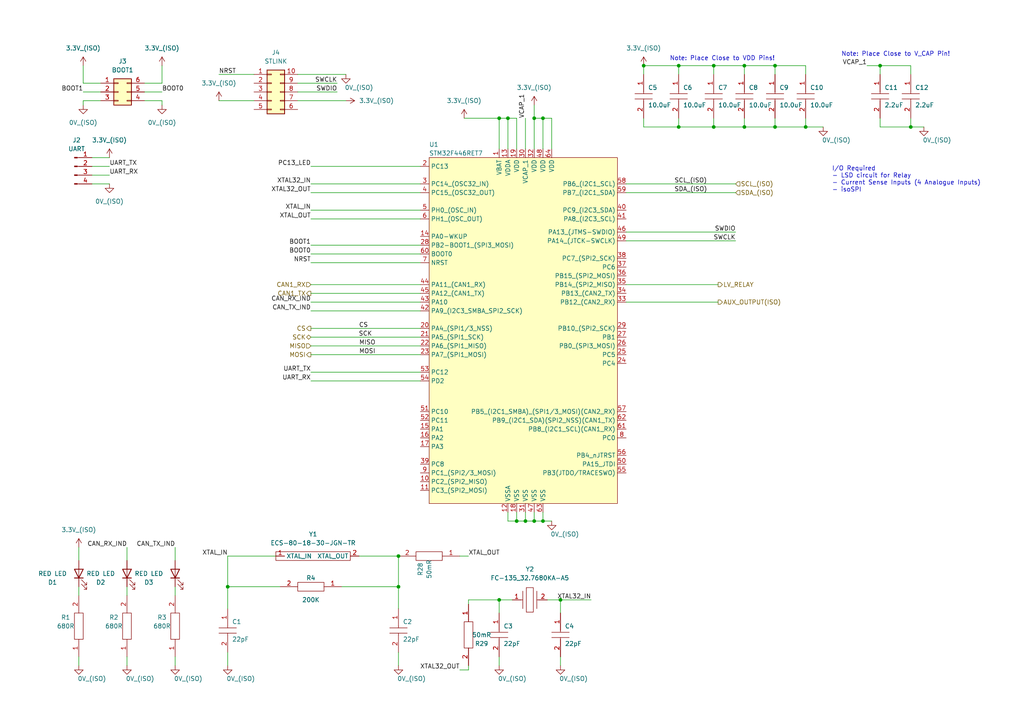
<source format=kicad_sch>
(kicad_sch (version 20211123) (generator eeschema)
  (paper "A4")
  (lib_symbols
    (symbol "0V_(ISO)_1" (power) (pin_names (offset 0))
      (property "Value" "0V_(ISO)_1" (at 0 -5.08 0))
      (symbol "0V_(ISO)_1_0_1"
        (polyline (pts (xy 0 0) (xy 0 -1.27) (xy 1.27 -1.27) (xy 0 -2.54) (xy -1.27 -1.27) (xy 0 -1.27)))
      )
      (symbol "0V_(ISO)_1_1_1"
        (pin power_in line (at 0 0 270) (length 0) hide (name "0V_(ISO)") (number "1"))
      )
    )
    (symbol "BMS_Library:CC0805JRX7R8BB104" (pin_names (offset 0.762))
      (property "Reference" "C" (at 8.89 6.35 0))
      (property "Value" "CC0805JRX7R8BB104" (at 8.89 3.81 0))
      (symbol "CC0805JRX7R8BB104_0_0"
        (pin passive line (at 0 0 0) (length 5.08) (name "~") (number "1"))
        (pin passive line (at 12.7 0 180) (length 5.08) (name "~") (number "2"))
      )
      (symbol "CC0805JRX7R8BB104_0_1"
        (polyline (pts (xy 5.08 0) (xy 5.588 0)) (stroke (width 0.1524)))
        (polyline (pts (xy 5.588 2.54) (xy 5.588 -2.54)) (stroke (width 0.1524)))
        (polyline (pts (xy 7.112 0) (xy 7.62 0)) (stroke (width 0.1524)))
        (polyline (pts (xy 7.112 2.54) (xy 7.112 -2.54)) (stroke (width 0.1524)))
      )
    )
    (symbol "Connector:Conn_01x04_Male" (pin_names (offset 1.016) hide)
      (property "Reference" "J" (at 0 5.08 0))
      (property "Value" "Conn_01x04_Male" (at 0 -7.62 0))
      (symbol "Conn_01x04_Male_1_1"
        (polyline (pts (xy 1.27 -5.08) (xy 0.8636 -5.08)) (stroke (width 0.1524)))
        (polyline (pts (xy 1.27 -2.54) (xy 0.8636 -2.54)) (stroke (width 0.1524)))
        (polyline (pts (xy 1.27 0) (xy 0.8636 0)) (stroke (width 0.1524)))
        (polyline (pts (xy 1.27 2.54) (xy 0.8636 2.54)) (stroke (width 0.1524)))
        (rectangle (start 0.8636 -4.953) (end 0 -5.207) (stroke (width 0.1524)) (fill (type outline)))
        (rectangle (start 0.8636 -2.413) (end 0 -2.667) (stroke (width 0.1524)) (fill (type outline)))
        (rectangle (start 0.8636 0.127) (end 0 -0.127) (stroke (width 0.1524)) (fill (type outline)))
        (rectangle (start 0.8636 2.667) (end 0 2.413) (stroke (width 0.1524)) (fill (type outline)))
        (pin passive line (at 5.08 2.54 180) (length 3.81) (name "Pin_1") (number "1"))
        (pin passive line (at 5.08 0 180) (length 3.81) (name "Pin_2") (number "2"))
        (pin passive line (at 5.08 -2.54 180) (length 3.81) (name "Pin_3") (number "3"))
        (pin passive line (at 5.08 -5.08 180) (length 3.81) (name "Pin_4") (number "4"))
      )
    )
    (symbol "Connector_Generic:Conn_02x03_Counter_Clockwise" (pin_names (offset 1.016) hide)
      (property "Reference" "J" (at 1.27 5.08 0))
      (property "Value" "Conn_02x03_Counter_Clockwise" (at 1.27 -5.08 0))
      (symbol "Conn_02x03_Counter_Clockwise_1_1"
        (rectangle (start -1.27 -2.413) (end 0 -2.667) (stroke (width 0.1524)))
        (rectangle (start -1.27 0.127) (end 0 -0.127) (stroke (width 0.1524)))
        (rectangle (start -1.27 2.667) (end 0 2.413) (stroke (width 0.1524)))
        (rectangle (start -1.27 3.81) (end 3.81 -3.81) (stroke (width 0.254)) (fill (type background)))
        (rectangle (start 3.81 -2.413) (end 2.54 -2.667) (stroke (width 0.1524)))
        (rectangle (start 3.81 0.127) (end 2.54 -0.127) (stroke (width 0.1524)))
        (rectangle (start 3.81 2.667) (end 2.54 2.413) (stroke (width 0.1524)))
        (pin passive line (at -5.08 2.54 0) (length 3.81) (name "Pin_1") (number "1"))
        (pin passive line (at -5.08 0 0) (length 3.81) (name "Pin_2") (number "2"))
        (pin passive line (at -5.08 -2.54 0) (length 3.81) (name "Pin_3") (number "3"))
        (pin passive line (at 7.62 -2.54 180) (length 3.81) (name "Pin_4") (number "4"))
        (pin passive line (at 7.62 0 180) (length 3.81) (name "Pin_5") (number "5"))
        (pin passive line (at 7.62 2.54 180) (length 3.81) (name "Pin_6") (number "6"))
      )
    )
    (symbol "Connector_Generic:Conn_02x05_Counter_Clockwise" (pin_names (offset 1.016) hide)
      (property "Reference" "J" (at 1.27 7.62 0))
      (property "Value" "Conn_02x05_Counter_Clockwise" (at 1.27 -7.62 0))
      (symbol "Conn_02x05_Counter_Clockwise_1_1"
        (rectangle (start -1.27 -4.953) (end 0 -5.207) (stroke (width 0.1524)))
        (rectangle (start -1.27 -2.413) (end 0 -2.667) (stroke (width 0.1524)))
        (rectangle (start -1.27 0.127) (end 0 -0.127) (stroke (width 0.1524)))
        (rectangle (start -1.27 2.667) (end 0 2.413) (stroke (width 0.1524)))
        (rectangle (start -1.27 5.207) (end 0 4.953) (stroke (width 0.1524)))
        (rectangle (start -1.27 6.35) (end 3.81 -6.35) (stroke (width 0.254)) (fill (type background)))
        (rectangle (start 3.81 -4.953) (end 2.54 -5.207) (stroke (width 0.1524)))
        (rectangle (start 3.81 -2.413) (end 2.54 -2.667) (stroke (width 0.1524)))
        (rectangle (start 3.81 0.127) (end 2.54 -0.127) (stroke (width 0.1524)))
        (rectangle (start 3.81 2.667) (end 2.54 2.413) (stroke (width 0.1524)))
        (rectangle (start 3.81 5.207) (end 2.54 4.953) (stroke (width 0.1524)))
        (pin passive line (at -5.08 5.08 0) (length 3.81) (name "Pin_1") (number "1"))
        (pin passive line (at 7.62 5.08 180) (length 3.81) (name "Pin_10") (number "10"))
        (pin passive line (at -5.08 2.54 0) (length 3.81) (name "Pin_2") (number "2"))
        (pin passive line (at -5.08 0 0) (length 3.81) (name "Pin_3") (number "3"))
        (pin passive line (at -5.08 -2.54 0) (length 3.81) (name "Pin_4") (number "4"))
        (pin passive line (at -5.08 -5.08 0) (length 3.81) (name "Pin_5") (number "5"))
        (pin passive line (at 7.62 -5.08 180) (length 3.81) (name "Pin_6") (number "6"))
        (pin passive line (at 7.62 -2.54 180) (length 3.81) (name "Pin_7") (number "7"))
        (pin passive line (at 7.62 0 180) (length 3.81) (name "Pin_8") (number "8"))
        (pin passive line (at 7.62 2.54 180) (length 3.81) (name "Pin_9") (number "9"))
      )
    )
    (symbol "Custom Power:3.3V_(ISO)" (power) (pin_names (offset 0))
      (property "Value" "3.3V_(ISO)" (at 0 3.556 0))
      (symbol "3.3V_(ISO)_0_1"
        (polyline (pts (xy -0.762 1.27) (xy 0 2.54)))
        (polyline (pts (xy 0 0) (xy 0 2.54)))
        (polyline (pts (xy 0 2.54) (xy 0.762 1.27)))
      )
      (symbol "3.3V_(ISO)_1_1"
        (pin power_in line (at 0 0 90) (length 0) hide (name "3.3V_(ISO)") (number "1"))
      )
    )
    (symbol "Device:ECS-80-18-30-JGN-TR"
      (property "Reference" "Y" (at -11.43 8.89 0))
      (property "Value" "ECS-80-18-30-JGN-TR" (at 0 11.43 0))
      (symbol "ECS-80-18-30-JGN-TR_0_1"
        (rectangle (start -11.43 6.35) (end 10.16 3.81))
      )
      (symbol "ECS-80-18-30-JGN-TR_1_1"
        (pin bidirectional line (at -11.43 5.08 0) (length 2.54) (name "XTAL_IN") (number "1"))
        (pin bidirectional line (at 12.7 5.08 180) (length 2.54) (name "XTAL_OUT") (number "2"))
      )
    )
    (symbol "Device:LED" (pin_numbers hide) (pin_names (offset 1.016) hide)
      (property "Reference" "D" (at 0 2.54 0))
      (property "Value" "LED" (at 0 -2.54 0))
      (symbol "LED_0_1"
        (polyline (pts (xy -1.27 -1.27) (xy -1.27 1.27)) (stroke (width 0.254)))
        (polyline (pts (xy -1.27 0) (xy 1.27 0)))
        (polyline (pts (xy 1.27 -1.27) (xy 1.27 1.27) (xy -1.27 0) (xy 1.27 -1.27)) (stroke (width 0.254)))
        (polyline (pts (xy -3.048 -0.762) (xy -4.572 -2.286) (xy -3.81 -2.286) (xy -4.572 -2.286) (xy -4.572 -1.524)))
        (polyline (pts (xy -1.778 -0.762) (xy -3.302 -2.286) (xy -2.54 -2.286) (xy -3.302 -2.286) (xy -3.302 -1.524)))
      )
      (symbol "LED_1_1"
        (pin passive line (at -3.81 0 0) (length 2.54) (name "K") (number "1"))
        (pin passive line (at 3.81 0 180) (length 2.54) (name "A") (number "2"))
      )
    )
    (symbol "ERJP06F1000V:ERJP06F1000V" (pin_names (offset 0.762))
      (property "Reference" "R" (at 13.97 6.35 0))
      (property "Value" "ERJP06F1000V" (at 13.97 3.81 0))
      (symbol "ERJP06F1000V_0_0"
        (pin passive line (at 0 0 0) (length 5.08) (name "~") (number "1"))
        (pin passive line (at 17.78 0 180) (length 5.08) (name "~") (number "2"))
      )
      (symbol "ERJP06F1000V_0_1"
        (polyline (pts (xy 5.08 1.27) (xy 12.7 1.27) (xy 12.7 -1.27) (xy 5.08 -1.27) (xy 5.08 1.27)) (stroke (width 0.1524)))
      )
    )
    (symbol "FC-135_32.7680KA-A5:FC-135_32.7680KA-A5" (pin_names (offset 0.762))
      (property "Reference" "Y" (at 8.89 6.35 0))
      (property "Value" "FC-135_32.7680KA-A5" (at 8.89 3.81 0))
      (symbol "FC-135_32.7680KA-A5_0_0"
        (pin passive line (at 0 0 0) (length 2.54) (name "~") (number "1"))
        (pin passive line (at 10.16 0 180) (length 2.54) (name "~") (number "2"))
      )
      (symbol "FC-135_32.7680KA-A5_0_1"
        (polyline (pts (xy 3.048 0) (xy 2.54 0)) (stroke (width 0.1524)))
        (polyline (pts (xy 3.048 2.54) (xy 3.048 -2.54)) (stroke (width 0.1524)))
        (polyline (pts (xy 7.112 0) (xy 7.62 0)) (stroke (width 0.1524)))
        (polyline (pts (xy 7.112 2.54) (xy 7.112 -2.54)) (stroke (width 0.1524)))
        (polyline (pts (xy 4.064 3.556) (xy 4.064 -3.556) (xy 6.096 -3.556) (xy 6.096 3.556) (xy 4.064 3.556)) (stroke (width 0.1524)))
      )
    )
    (symbol "MCU_ST_STM32F4:STM32F446RET7"
      (property "Reference" "U1" (at 1.27 36.83 0))
      (property "Value" "STM32F446RET7" (at 1.27 34.29 0))
      (symbol "STM32F446RET7_0_1"
        (rectangle (start 1.27 33.02) (end 55.88 -67.31) (fill (type background)))
      )
      (symbol "STM32F446RET7_1_1"
        (pin input line (at 21.59 35.56 270) (length 2.54) (name "VBAT") (number "1"))
        (pin bidirectional line (at -1.27 -60.96 0) (length 2.54) (name "PC2_(SPI2_MISO)") (number "10"))
        (pin bidirectional line (at -1.27 -63.5 0) (length 2.54) (name "PC3_(SPI2_MOSI)") (number "11"))
        (pin output line (at 24.13 -69.85 90) (length 2.54) (name "VSSA") (number "12"))
        (pin input line (at 24.13 35.56 270) (length 2.54) (name "VDDA") (number "13"))
        (pin bidirectional line (at -1.27 10.16 0) (length 2.54) (name "PA0-WKUP") (number "14"))
        (pin bidirectional line (at -1.27 -45.72 0) (length 2.54) (name "PA1") (number "15"))
        (pin bidirectional line (at -1.27 -48.26 0) (length 2.54) (name "PA2") (number "16"))
        (pin bidirectional line (at -1.27 -50.8 0) (length 2.54) (name "PA3") (number "17"))
        (pin output line (at 26.67 -69.85 90) (length 2.54) (name "VSS") (number "18"))
        (pin input line (at 26.67 35.56 270) (length 2.54) (name "VDD") (number "19"))
        (pin bidirectional line (at -1.27 30.48 0) (length 2.54) (name "PC13") (number "2"))
        (pin bidirectional line (at -1.27 -16.51 0) (length 2.54) (name "PA4_(SPI1/3_NSS)") (number "20"))
        (pin bidirectional line (at -1.27 -19.05 0) (length 2.54) (name "PA5_(SPI1_SCK)") (number "21"))
        (pin bidirectional line (at -1.27 -21.59 0) (length 2.54) (name "PA6_(SPI1_MISO)") (number "22"))
        (pin bidirectional line (at -1.27 -24.13 0) (length 2.54) (name "PA7_(SPI1_MOSI)") (number "23"))
        (pin bidirectional line (at 58.42 -26.67 180) (length 2.54) (name "PC4") (number "24"))
        (pin bidirectional line (at 58.42 -24.13 180) (length 2.54) (name "PC5") (number "25"))
        (pin bidirectional line (at 58.42 -21.59 180) (length 2.54) (name "PB0_(SPI3_MOSI)") (number "26"))
        (pin bidirectional line (at 58.42 -19.05 180) (length 2.54) (name "PB1") (number "27"))
        (pin bidirectional line (at -1.27 7.62 0) (length 2.54) (name "PB2-BOOT1_(SPI3_MOSI)") (number "28"))
        (pin bidirectional line (at 58.42 -16.51 180) (length 2.54) (name "PB10_(SPI2_SCK)") (number "29"))
        (pin bidirectional line (at -1.27 25.4 0) (length 2.54) (name "PC14_(OSC32_IN)") (number "3"))
        (pin input line (at 29.21 35.56 270) (length 2.54) (name "VCAP_1") (number "30"))
        (pin output line (at 29.21 -69.85 90) (length 2.54) (name "VSS") (number "31"))
        (pin input line (at 31.75 35.56 270) (length 2.54) (name "VDD") (number "32"))
        (pin bidirectional line (at 58.42 -8.89 180) (length 2.54) (name "PB12_(CAN2_RX)") (number "33"))
        (pin bidirectional line (at 58.42 -6.35 180) (length 2.54) (name "PB13_(CAN2_TX)") (number "34"))
        (pin bidirectional line (at 58.42 -3.81 180) (length 2.54) (name "PB14_(SPI2_MISO)") (number "35"))
        (pin bidirectional line (at 58.42 -1.27 180) (length 2.54) (name "PB15_(SPI2_MOSI)") (number "36"))
        (pin bidirectional line (at 58.42 1.27 180) (length 2.54) (name "PC6") (number "37"))
        (pin bidirectional line (at 58.42 3.81 180) (length 2.54) (name "PC7_(SPI2_SCK)") (number "38"))
        (pin bidirectional line (at -1.27 -55.88 0) (length 2.54) (name "PC8") (number "39"))
        (pin bidirectional line (at -1.27 22.86 0) (length 2.54) (name "PC15_(OSC32_OUT)") (number "4"))
        (pin bidirectional line (at 58.42 17.78 180) (length 2.54) (name "PC9_(I2C3_SDA)") (number "40"))
        (pin bidirectional line (at 58.42 15.24 180) (length 2.54) (name "PA8_(I2C3_SCL)") (number "41"))
        (pin bidirectional line (at -1.27 -11.43 0) (length 2.54) (name "PA9_(I2C3_SMBA_SPI2_SCK)") (number "42"))
        (pin bidirectional line (at -1.27 -8.89 0) (length 2.54) (name "PA10") (number "43"))
        (pin bidirectional line (at -1.27 -3.81 0) (length 2.54) (name "PA11_(CAN1_RX)") (number "44"))
        (pin bidirectional line (at -1.27 -6.35 0) (length 2.54) (name "PA12_(CAN1_TX)") (number "45"))
        (pin bidirectional line (at 58.42 11.43 180) (length 2.54) (name "PA13_(JTMS-SWDIO)") (number "46"))
        (pin output line (at 31.75 -69.85 90) (length 2.54) (name "VSS") (number "47"))
        (pin input line (at 34.29 35.56 270) (length 2.54) (name "VDD") (number "48"))
        (pin bidirectional line (at 58.42 8.89 180) (length 2.54) (name "PA14_(JTCK-SWCLK)") (number "49"))
        (pin bidirectional line (at -1.27 17.78 0) (length 2.54) (name "PH0_(OSC_IN)") (number "5"))
        (pin bidirectional line (at 58.42 -55.88 180) (length 2.54) (name "PA15_JTDI") (number "50"))
        (pin bidirectional line (at -1.27 -40.64 0) (length 2.54) (name "PC10") (number "51"))
        (pin bidirectional line (at -1.27 -43.18 0) (length 2.54) (name "PC11") (number "52"))
        (pin bidirectional line (at -1.27 -29.21 0) (length 2.54) (name "PC12") (number "53"))
        (pin bidirectional line (at -1.27 -31.75 0) (length 2.54) (name "PD2") (number "54"))
        (pin bidirectional line (at 58.42 -58.42 180) (length 2.54) (name "PB3(JTDO/TRACESWO)") (number "55"))
        (pin bidirectional line (at 58.42 -53.34 180) (length 2.54) (name "PB4_nJTRST") (number "56"))
        (pin bidirectional line (at 58.42 -40.64 180) (length 2.54) (name "PB5_(I2C1_SMBA)_(SPI1/3_MOSI)(CAN2_RX)") (number "57"))
        (pin bidirectional line (at 58.42 25.4 180) (length 2.54) (name "PB6_(I2C1_SCL)") (number "58"))
        (pin bidirectional line (at 58.42 22.86 180) (length 2.54) (name "PB7_(I2C1_SDA)") (number "59"))
        (pin bidirectional line (at -1.27 15.24 0) (length 2.54) (name "PH1_(OSC_OUT)") (number "6"))
        (pin bidirectional line (at -1.27 5.08 0) (length 2.54) (name "BOOT0") (number "60"))
        (pin bidirectional line (at 58.42 -45.72 180) (length 2.54) (name "PB8_(I2C1_SCL)(CAN1_RX)") (number "61"))
        (pin bidirectional line (at 58.42 -43.18 180) (length 2.54) (name "PB9_(I2C1_SDA)(SPI2_NSS)(CAN1_TX)") (number "62"))
        (pin output line (at 34.29 -69.85 90) (length 2.54) (name "VSS") (number "63"))
        (pin input line (at 36.83 35.56 270) (length 2.54) (name "VDD") (number "64"))
        (pin bidirectional line (at -1.27 2.54 0) (length 2.54) (name "NRST") (number "7"))
        (pin bidirectional line (at 58.42 -48.26 180) (length 2.54) (name "PC0") (number "8"))
        (pin bidirectional line (at -1.27 -58.42 0) (length 2.54) (name "PC1_(SPI2/3_MOSI)") (number "9"))
      )
    )
  )
  (junction (at 162.56 173.99))
  (junction (at 154.94 151.13))
  (junction (at 157.48 34.29))
  (junction (at 144.78 173.99))
  (junction (at 196.85 36.83))
  (junction (at 154.94 34.29))
  (junction (at 207.01 36.83))
  (junction (at 152.4 151.13))
  (junction (at 196.85 19.05))
  (junction (at 144.78 34.29))
  (junction (at 224.79 36.83))
  (junction (at 233.68 36.83))
  (junction (at 115.57 170.18))
  (junction (at 215.9 19.05))
  (junction (at 157.48 151.13))
  (junction (at 264.16 36.83))
  (junction (at 149.86 151.13))
  (junction (at 255.27 19.05))
  (junction (at 186.69 19.05))
  (junction (at 224.79 19.05))
  (junction (at 215.9 36.83))
  (junction (at 66.04 170.18))
  (junction (at 115.57 161.29))
  (junction (at 147.32 34.29))
  (junction (at 207.01 19.05))
  (wire (pts (xy 152.4 148.59) (xy 152.4 151.13)))
  (wire (pts (xy 207.01 36.83) (xy 215.9 36.83)))
  (wire (pts (xy 207.01 19.05) (xy 215.9 19.05)))
  (wire (pts (xy 149.86 34.29) (xy 149.86 43.18)))
  (wire (pts (xy 26.67 45.72) (xy 31.75 45.72)))
  (wire (pts (xy 26.67 50.8) (xy 31.75 50.8)))
  (wire (pts (xy 63.5 29.21) (xy 73.66 29.21)))
  (wire (pts (xy 149.86 151.13) (xy 149.86 148.59)))
  (wire (pts (xy 24.13 29.21) (xy 24.13 30.48)))
  (wire (pts (xy 181.61 67.31) (xy 213.36 67.31)))
  (wire (pts (xy 121.92 97.79) (xy 90.17 97.79)))
  (wire (pts (xy 152.4 151.13) (xy 149.86 151.13)))
  (wire (pts (xy 255.27 19.05) (xy 264.16 19.05)))
  (wire (pts (xy 36.83 170.18) (xy 36.83 172.72)))
  (wire (pts (xy 66.04 161.29) (xy 80.01 161.29)))
  (wire (pts (xy 90.17 71.12) (xy 121.92 71.12)))
  (wire (pts (xy 147.32 34.29) (xy 149.86 34.29)))
  (wire (pts (xy 186.69 34.29) (xy 186.69 36.83)))
  (wire (pts (xy 154.94 30.48) (xy 154.94 34.29)))
  (wire (pts (xy 115.57 189.23) (xy 115.57 193.04)))
  (wire (pts (xy 90.17 107.95) (xy 121.92 107.95)))
  (wire (pts (xy 160.02 34.29) (xy 160.02 43.18)))
  (wire (pts (xy 63.5 21.59) (xy 73.66 21.59)))
  (wire (pts (xy 66.04 161.29) (xy 66.04 170.18)))
  (wire (pts (xy 86.36 21.59) (xy 100.33 21.59)))
  (wire (pts (xy 104.14 161.29) (xy 115.57 161.29)))
  (wire (pts (xy 186.69 36.83) (xy 196.85 36.83)))
  (wire (pts (xy 251.46 19.05) (xy 255.27 19.05)))
  (wire (pts (xy 207.01 34.29) (xy 207.01 36.83)))
  (wire (pts (xy 207.01 19.05) (xy 196.85 19.05)))
  (wire (pts (xy 115.57 170.18) (xy 99.06 170.18)))
  (wire (pts (xy 181.61 87.63) (xy 208.28 87.63)))
  (wire (pts (xy 196.85 19.05) (xy 196.85 21.59)))
  (wire (pts (xy 255.27 21.59) (xy 255.27 19.05)))
  (wire (pts (xy 115.57 161.29) (xy 115.57 170.18)))
  (wire (pts (xy 207.01 19.05) (xy 207.01 21.59)))
  (wire (pts (xy 158.75 173.99) (xy 162.56 173.99)))
  (wire (pts (xy 157.48 148.59) (xy 157.48 151.13)))
  (wire (pts (xy 154.94 34.29) (xy 157.48 34.29)))
  (wire (pts (xy 24.13 26.67) (xy 29.21 26.67)))
  (wire (pts (xy 264.16 19.05) (xy 264.16 21.59)))
  (wire (pts (xy 144.78 190.5) (xy 144.78 193.04)))
  (wire (pts (xy 144.78 177.8) (xy 144.78 173.99)))
  (wire (pts (xy 41.91 26.67) (xy 46.99 26.67)))
  (wire (pts (xy 144.78 173.99) (xy 148.59 173.99)))
  (wire (pts (xy 36.83 158.75) (xy 36.83 162.56)))
  (wire (pts (xy 215.9 19.05) (xy 224.79 19.05)))
  (wire (pts (xy 121.92 85.09) (xy 90.17 85.09)))
  (wire (pts (xy 224.79 19.05) (xy 233.68 19.05)))
  (wire (pts (xy 46.99 29.21) (xy 46.99 30.48)))
  (wire (pts (xy 181.61 69.85) (xy 213.36 69.85)))
  (wire (pts (xy 90.17 95.25) (xy 121.92 95.25)))
  (wire (pts (xy 24.13 19.05) (xy 24.13 24.13)))
  (wire (pts (xy 90.17 53.34) (xy 121.92 53.34)))
  (wire (pts (xy 196.85 36.83) (xy 207.01 36.83)))
  (wire (pts (xy 26.67 53.34) (xy 31.75 53.34)))
  (wire (pts (xy 154.94 34.29) (xy 154.94 43.18)))
  (wire (pts (xy 90.17 76.2) (xy 121.92 76.2)))
  (wire (pts (xy 121.92 82.55) (xy 90.17 82.55)))
  (wire (pts (xy 22.86 170.18) (xy 22.86 172.72)))
  (wire (pts (xy 26.67 48.26) (xy 31.75 48.26)))
  (wire (pts (xy 41.91 24.13) (xy 46.99 24.13)))
  (wire (pts (xy 135.89 173.99) (xy 144.78 173.99)))
  (wire (pts (xy 90.17 55.88) (xy 121.92 55.88)))
  (wire (pts (xy 162.56 173.99) (xy 162.56 177.8)))
  (wire (pts (xy 50.8 158.75) (xy 50.8 162.56)))
  (wire (pts (xy 86.36 24.13) (xy 97.79 24.13)))
  (wire (pts (xy 196.85 34.29) (xy 196.85 36.83)))
  (wire (pts (xy 181.61 55.88) (xy 213.36 55.88)))
  (wire (pts (xy 50.8 190.5) (xy 50.8 193.04)))
  (wire (pts (xy 215.9 36.83) (xy 224.79 36.83)))
  (wire (pts (xy 66.04 189.23) (xy 66.04 193.04)))
  (wire (pts (xy 134.62 34.29) (xy 144.78 34.29)))
  (wire (pts (xy 147.32 151.13) (xy 149.86 151.13)))
  (wire (pts (xy 66.04 176.53) (xy 66.04 170.18)))
  (wire (pts (xy 90.17 87.63) (xy 121.92 87.63)))
  (wire (pts (xy 255.27 36.83) (xy 264.16 36.83)))
  (wire (pts (xy 90.17 102.87) (xy 121.92 102.87)))
  (wire (pts (xy 162.56 190.5) (xy 162.56 193.04)))
  (wire (pts (xy 46.99 19.05) (xy 46.99 24.13)))
  (wire (pts (xy 157.48 34.29) (xy 157.48 43.18)))
  (wire (pts (xy 224.79 36.83) (xy 233.68 36.83)))
  (wire (pts (xy 224.79 34.29) (xy 224.79 36.83)))
  (wire (pts (xy 186.69 19.05) (xy 186.69 21.59)))
  (wire (pts (xy 36.83 190.5) (xy 36.83 193.04)))
  (wire (pts (xy 233.68 36.83) (xy 238.76 36.83)))
  (wire (pts (xy 181.61 53.34) (xy 213.36 53.34)))
  (wire (pts (xy 90.17 100.33) (xy 121.92 100.33)))
  (wire (pts (xy 154.94 151.13) (xy 152.4 151.13)))
  (wire (pts (xy 29.21 24.13) (xy 24.13 24.13)))
  (wire (pts (xy 196.85 19.05) (xy 186.69 19.05)))
  (wire (pts (xy 233.68 21.59) (xy 233.68 19.05)))
  (wire (pts (xy 86.36 26.67) (xy 97.79 26.67)))
  (wire (pts (xy 22.86 190.5) (xy 22.86 193.04)))
  (wire (pts (xy 144.78 34.29) (xy 147.32 34.29)))
  (wire (pts (xy 255.27 34.29) (xy 255.27 36.83)))
  (wire (pts (xy 162.56 173.99) (xy 171.45 173.99)))
  (wire (pts (xy 215.9 21.59) (xy 215.9 19.05)))
  (wire (pts (xy 135.89 173.99) (xy 135.89 175.26)))
  (wire (pts (xy 90.17 90.17) (xy 121.92 90.17)))
  (wire (pts (xy 157.48 34.29) (xy 160.02 34.29)))
  (wire (pts (xy 157.48 151.13) (xy 154.94 151.13)))
  (wire (pts (xy 90.17 63.5) (xy 121.92 63.5)))
  (wire (pts (xy 90.17 110.49) (xy 121.92 110.49)))
  (wire (pts (xy 115.57 176.53) (xy 115.57 170.18)))
  (wire (pts (xy 160.02 151.13) (xy 157.48 151.13)))
  (wire (pts (xy 50.8 170.18) (xy 50.8 172.72)))
  (wire (pts (xy 264.16 36.83) (xy 267.97 36.83)))
  (wire (pts (xy 154.94 148.59) (xy 154.94 151.13)))
  (wire (pts (xy 90.17 60.96) (xy 121.92 60.96)))
  (wire (pts (xy 133.35 194.31) (xy 135.89 194.31)))
  (wire (pts (xy 147.32 34.29) (xy 147.32 43.18)))
  (wire (pts (xy 90.17 73.66) (xy 121.92 73.66)))
  (wire (pts (xy 22.86 158.75) (xy 22.86 162.56)))
  (wire (pts (xy 133.35 161.29) (xy 135.89 161.29)))
  (wire (pts (xy 264.16 36.83) (xy 264.16 34.29)))
  (wire (pts (xy 215.9 34.29) (xy 215.9 36.83)))
  (wire (pts (xy 181.61 82.55) (xy 208.28 82.55)))
  (wire (pts (xy 224.79 19.05) (xy 224.79 21.59)))
  (wire (pts (xy 135.89 194.31) (xy 135.89 193.04)))
  (wire (pts (xy 66.04 170.18) (xy 81.28 170.18)))
  (wire (pts (xy 147.32 148.59) (xy 147.32 151.13)))
  (wire (pts (xy 90.17 48.26) (xy 121.92 48.26)))
  (wire (pts (xy 86.36 29.21) (xy 100.33 29.21)))
  (wire (pts (xy 41.91 29.21) (xy 46.99 29.21)))
  (wire (pts (xy 144.78 43.18) (xy 144.78 34.29)))
  (wire (pts (xy 29.21 29.21) (xy 24.13 29.21)))
  (wire (pts (xy 233.68 34.29) (xy 233.68 36.83)))
  (wire (pts (xy 152.4 34.29) (xy 152.4 43.18)))
  (text "I/O Required\n- LSD circuit for Relay\n- Current Sense Inputs (4 Analogue Inputs)\n- isoSPI" (at 241.3 55.88 0) (effects (font (size 1.27 1.27)) (justify left bottom)))
  (text "Note: Place Close to VDD Pins!\n" (at 224.79 17.78 180) (effects (font (size 1.27 1.27)) (justify right bottom)))
  (text "Note: Place Close to V_CAP Pin!\n" (at 275.59 16.51 180) (effects (font (size 1.27 1.27)) (justify right bottom)))
  (label "BOOT0" (at 90.17 73.66 180))
  (label "XTAL_IN" (at 66.04 161.29 180))
  (label "BOOT1" (at 24.13 26.67 180))
  (label "SDA_(ISO)" (at 195.58 55.88 0))
  (label "UART_RX" (at 90.17 110.49 180))
  (label "CAN_TX_IND" (at 50.8 158.75 180))
  (label "XTAL32_OUT" (at 90.17 55.88 180))
  (label "SWDIO" (at 97.79 26.67 180))
  (label "SWCLK" (at 213.36 69.85 180))
  (label "SCK" (at 107.95 97.79 180))
  (label "BOOT0" (at 46.99 26.67 0))
  (label "CAN_RX_IND" (at 90.17 87.63 180))
  (label "SWDIO" (at 213.36 67.31 180))
  (label "XTAL32_IN" (at 90.17 53.34 180))
  (label "UART_TX" (at 90.17 107.95 180))
  (label "SCL_(ISO)" (at 195.58 53.34 0))
  (label "XTAL32_OUT" (at 133.35 194.31 180))
  (label "CAN_TX_IND" (at 90.17 90.17 180))
  (label "VCAP_1" (at 251.46 19.05 180))
  (label "NRST" (at 90.17 76.2 180))
  (label "BOOT1" (at 90.17 71.12 180))
  (label "UART_TX" (at 31.75 48.26 0))
  (label "SWCLK" (at 97.79 24.13 180))
  (label "XTAL_IN" (at 90.17 60.96 180))
  (label "MOSI" (at 104.14 102.87 0))
  (label "PC13_LED" (at 90.17 48.26 180))
  (label "NRST" (at 63.5 21.59 0))
  (label "CS" (at 104.0886 95.25 0))
  (label "VCAP_1" (at 152.4 34.29 90))
  (label "XTAL32_IN" (at 171.45 173.99 180))
  (label "UART_RX" (at 31.75 50.8 0))
  (label "XTAL_OUT" (at 135.89 161.29 0))
  (label "XTAL_OUT" (at 90.17 63.5 180))
  (label "CAN_RX_IND" (at 36.83 158.75 180))
  (label "MISO" (at 104.14 100.33 0))
  (hierarchical_label "SCL_(ISO)" (shape input) (at 213.36 53.34 0))
  (hierarchical_label "CS" (shape output) (at 90.17 95.25 180))
  (hierarchical_label "CAN1_RX" (shape input) (at 90.17 82.55 180))
  (hierarchical_label "AUX_OUTPUT(ISO)" (shape output) (at 208.28 87.63 0))
  (hierarchical_label "LV_RELAY" (shape output) (at 208.28 82.55 0))
  (hierarchical_label "MOSI" (shape output) (at 90.17 102.87 180))
  (hierarchical_label "SDA_(ISO)" (shape input) (at 213.36 55.88 0))
  (hierarchical_label "MISO" (shape input) (at 90.17 100.33 180))
  (hierarchical_label "CAN1_TX" (shape output) (at 90.17 85.09 180))
  (hierarchical_label "SCK" (shape bidirectional) (at 90.17 97.79 180))
  (symbol (lib_name "0V_(ISO)_1") (lib_id "Custom Power:0V_(ISO)") (at 115.57 193.04 0) (unit 1)
    (property "Reference" "#PWR0118" (effects hide))
    (property "Value" "0V_(ISO)" (at 119.38 196.85 0))
  )
  (symbol (lib_id "MCU_ST_STM32F4:STM32F446RET7") (at 123.19 78.74 0) (unit 1)
    (property "Reference" "U1" (at 124.46 41.91 0) (effects (justify left)))
    (property "Value" "STM32F446RET7" (at 124.46 44.45 0) (effects (justify left)))
    (property "Footprint" "Package_QFP:LQFP-64_10x10mm_P0.5mm" (effects hide))
  )
  (symbol (lib_id "Device:ECS-80-18-30-JGN-TR") (at 91.44 166.37 0) (unit 1)
    (property "Reference" "Y1" (at 90.805 154.94 0))
    (property "Value" "ECS-80-18-30-JGN-TR" (at 90.805 157.48 0))
    (property "Footprint" "Crystal:ECS-80-18-30-JGN-TR" (effects hide))
  )
  (symbol (lib_name "0V_(ISO)_1") (lib_id "Custom Power:0V_(ISO)") (at 46.99 30.48 0) (unit 1)
    (property "Reference" "#PWR0116" (effects hide))
    (property "Value" "0V_(ISO)" (at 46.99 35.56 0))
  )
  (symbol (lib_id "Custom Power:3.3V_(ISO)") (at 186.69 19.05 0) (unit 1)
    (property "Reference" "#PWR0103" (effects hide))
    (property "Value" "3.3V_(ISO)" (at 186.69 13.97 0))
  )
  (symbol (lib_id "Connector:Conn_01x04_Male") (at 21.59 48.26 0) (unit 1)
    (property "Reference" "J2" (at 22.225 40.64 0))
    (property "Value" "UART" (at 22.225 43.18 0))
    (property "Footprint" "Connector_PinHeader_2.54mm:PinHeader_1x04_P2.54mm_Vertical" (effects hide))
  )
  (symbol (lib_id "ERJP06F1000V:ERJP06F1000V") (at 135.89 175.26 270) (unit 1)
    (property "Reference" "R29" (at 139.7 186.69 90))
    (property "Value" "50mR" (at 139.7 184.15 90))
    (property "Footprint" "Resistor_SMD:R_0603_1608Metric_Pad0.98x0.95mm_HandSolder" (effects hide))
    (property "Datasheet" "https://industrial.panasonic.com/cdbs/www-data/pdf/RDO0000/AOA0000C331.pdf" (effects hide))
    (property "Description" "Panasonic ERJP06 Series Thick Film Surface Mount Resistor 0805 Case 100 +/-1% 0.5W +/-100ppm/C" (effects hide))
    (property "Height" "0.7" (effects hide))
    (property "Manufacturer_Name" "Panasonic" (effects hide))
    (property "Manufacturer_Part_Number" "ERJP06F1000V" (effects hide))
  )
  (symbol (lib_name "0V_(ISO)_1") (lib_id "Custom Power:0V_(ISO)") (at 267.97 36.83 0) (unit 1)
    (property "Reference" "#PWR0123" (effects hide))
    (property "Value" "0V_(ISO)" (at 271.78 40.64 0))
  )
  (symbol (lib_id "BMS_Library:CC0805JRX7R8BB104") (at 115.57 176.53 270) (unit 1)
    (property "Reference" "C2" (at 116.84 180.34 90) (effects (justify left)))
    (property "Value" "22pF" (at 116.84 185.42 90) (effects (justify left)))
    (property "Footprint" "Capacitor_SMD:C_0603_1608Metric_Pad1.08x0.95mm_HandSolder" (effects hide))
    (property "Datasheet" "https://www.yageo.com/upload/media/product/productsearch/datasheet/mlcc/UPY-GPHC_X7R_6.3V-to-50V_20.pdf" (effects hide))
    (property "Description" "YAGEO - CC0805JRX7R8BB104 - SMD Multilayer Ceramic Capacitor, 0.1 F, 25 V, 0805 [2012 Metric], +/- 5%, X7R, CC Series" (effects hide))
    (property "Height" "0.95" (effects hide))
    (property "Manufacturer_Name" "YAGEO" (effects hide))
    (property "Manufacturer_Part_Number" "CC0805JRX7R8BB104" (effects hide))
    (property "Mouser Part Number" "603-CC805JRX7R8BB104" (effects hide))
    (property "Mouser Price/Stock" "https://www.mouser.co.uk/ProductDetail/YAGEO/CC0805JRX7R8BB104?qs=AgBp2OyFlx%252BZU4KTc42Krw%3D%3D" (effects hide))
    (property "Arrow Part Number" "CC0805JRX7R8BB104" (effects hide))
    (property "Arrow Price/Stock" "https://www.arrow.com/en/products/cc0805jrx7r8bb104/yageo?region=nac" (effects hide))
  )
  (symbol (lib_id "Custom Power:3.3V_(ISO)") (at 100.33 29.21 270) (unit 1)
    (property "Reference" "#PWR0104" (effects hide))
    (property "Value" "3.3V_(ISO)" (at 104.14 29.2099 90) (effects (justify left)))
  )
  (symbol (lib_id "BMS_Library:CC0805JRX7R8BB104") (at 224.79 21.59 270) (unit 1)
    (property "Reference" "C9" (at 226.06 25.4 90) (effects (justify left)))
    (property "Value" "10.0uF" (at 226.06 30.48 90) (effects (justify left)))
    (property "Footprint" "Capacitor_SMD:C_0603_1608Metric_Pad1.08x0.95mm_HandSolder" (effects hide))
    (property "Datasheet" "https://www.yageo.com/upload/media/product/productsearch/datasheet/mlcc/UPY-GPHC_X7R_6.3V-to-50V_20.pdf" (effects hide))
    (property "Description" "YAGEO - CC0805JRX7R8BB104 - SMD Multilayer Ceramic Capacitor, 0.1 F, 25 V, 0805 [2012 Metric], +/- 5%, X7R, CC Series" (effects hide))
    (property "Height" "0.95" (effects hide))
    (property "Manufacturer_Name" "YAGEO" (effects hide))
    (property "Manufacturer_Part_Number" "CC0805JRX7R8BB104" (effects hide))
    (property "Mouser Part Number" "603-CC805JRX7R8BB104" (effects hide))
    (property "Mouser Price/Stock" "https://www.mouser.co.uk/ProductDetail/YAGEO/CC0805JRX7R8BB104?qs=AgBp2OyFlx%252BZU4KTc42Krw%3D%3D" (effects hide))
    (property "Arrow Part Number" "CC0805JRX7R8BB104" (effects hide))
    (property "Arrow Price/Stock" "https://www.arrow.com/en/products/cc0805jrx7r8bb104/yageo?region=nac" (effects hide))
  )
  (symbol (lib_name "0V_(ISO)_1") (lib_id "Custom Power:0V_(ISO)") (at 36.83 193.04 0) (unit 1)
    (property "Reference" "#PWR0106" (effects hide))
    (property "Value" "0V_(ISO)" (at 40.64 196.85 0))
  )
  (symbol (lib_id "Custom Power:3.3V_(ISO)") (at 154.94 30.48 0) (unit 1)
    (property "Reference" "#PWR0101" (effects hide))
    (property "Value" "3.3V_(ISO)" (at 154.94 25.4 0))
  )
  (symbol (lib_id "Custom Power:3.3V_(ISO)") (at 46.99 19.05 0) (unit 1)
    (property "Reference" "#PWR0112" (effects hide))
    (property "Value" "3.3V_(ISO)" (at 46.99 13.97 0))
  )
  (symbol (lib_id "ERJP06F1000V:ERJP06F1000V") (at 22.86 190.5 90) (unit 1)
    (property "Reference" "R1" (at 19.05 179.07 90))
    (property "Value" "680R" (at 19.05 181.61 90))
    (property "Footprint" "Resistor_SMD:R_0603_1608Metric_Pad0.98x0.95mm_HandSolder" (effects hide))
    (property "Datasheet" "https://industrial.panasonic.com/cdbs/www-data/pdf/RDO0000/AOA0000C331.pdf" (effects hide))
    (property "Description" "Panasonic ERJP06 Series Thick Film Surface Mount Resistor 0805 Case 100 +/-1% 0.5W +/-100ppm/C" (effects hide))
    (property "Height" "0.7" (effects hide))
    (property "Manufacturer_Name" "Panasonic" (effects hide))
    (property "Manufacturer_Part_Number" "ERJP06F1000V" (effects hide))
  )
  (symbol (lib_name "0V_(ISO)_1") (lib_id "Custom Power:0V_(ISO)") (at 24.13 30.48 0) (unit 1)
    (property "Reference" "#PWR0115" (effects hide))
    (property "Value" "0V_(ISO)" (at 24.13 35.56 0))
  )
  (symbol (lib_id "Device:LED") (at 36.83 166.37 90) (unit 1)
    (property "Reference" "D2" (at 29.21 168.91 90))
    (property "Value" "RED LED" (at 29.21 166.37 90))
    (property "Footprint" "Capacitor_SMD:C_0805_2012Metric_Pad1.18x1.45mm_HandSolder" (effects hide))
  )
  (symbol (lib_id "ERJP06F1000V:ERJP06F1000V") (at 50.8 190.5 90) (unit 1)
    (property "Reference" "R3" (at 46.99 179.07 90))
    (property "Value" "680R" (at 46.99 181.61 90))
    (property "Footprint" "Resistor_SMD:R_0603_1608Metric_Pad0.98x0.95mm_HandSolder" (effects hide))
    (property "Datasheet" "https://industrial.panasonic.com/cdbs/www-data/pdf/RDO0000/AOA0000C331.pdf" (effects hide))
    (property "Description" "Panasonic ERJP06 Series Thick Film Surface Mount Resistor 0805 Case 100 +/-1% 0.5W +/-100ppm/C" (effects hide))
    (property "Height" "0.7" (effects hide))
    (property "Manufacturer_Name" "Panasonic" (effects hide))
    (property "Manufacturer_Part_Number" "ERJP06F1000V" (effects hide))
  )
  (symbol (lib_id "ERJP06F1000V:ERJP06F1000V") (at 36.83 190.5 90) (unit 1)
    (property "Reference" "R2" (at 33.02 179.07 90))
    (property "Value" "680R" (at 33.02 181.61 90))
    (property "Footprint" "Resistor_SMD:R_0603_1608Metric_Pad0.98x0.95mm_HandSolder" (effects hide))
    (property "Datasheet" "https://industrial.panasonic.com/cdbs/www-data/pdf/RDO0000/AOA0000C331.pdf" (effects hide))
    (property "Description" "Panasonic ERJP06 Series Thick Film Surface Mount Resistor 0805 Case 100 +/-1% 0.5W +/-100ppm/C" (effects hide))
    (property "Height" "0.7" (effects hide))
    (property "Manufacturer_Name" "Panasonic" (effects hide))
    (property "Manufacturer_Part_Number" "ERJP06F1000V" (effects hide))
  )
  (symbol (lib_id "Custom Power:3.3V_(ISO)") (at 63.5 29.21 0) (unit 1)
    (property "Reference" "#PWR0109" (effects hide))
    (property "Value" "3.3V_(ISO)" (at 63.5 24.13 0))
  )
  (symbol (lib_id "Device:LED") (at 50.8 166.37 90) (unit 1)
    (property "Reference" "D3" (at 43.18 168.91 90))
    (property "Value" "RED LED" (at 43.18 166.37 90))
    (property "Footprint" "Capacitor_SMD:C_0805_2012Metric_Pad1.18x1.45mm_HandSolder" (effects hide))
  )
  (symbol (lib_id "BMS_Library:CC0805JRX7R8BB104") (at 196.85 21.59 270) (unit 1)
    (property "Reference" "C6" (at 198.12 25.4 90) (effects (justify left)))
    (property "Value" "10.0uF" (at 198.12 30.48 90) (effects (justify left)))
    (property "Footprint" "Capacitor_SMD:C_0603_1608Metric_Pad1.08x0.95mm_HandSolder" (effects hide))
    (property "Datasheet" "https://www.yageo.com/upload/media/product/productsearch/datasheet/mlcc/UPY-GPHC_X7R_6.3V-to-50V_20.pdf" (effects hide))
    (property "Description" "YAGEO - CC0805JRX7R8BB104 - SMD Multilayer Ceramic Capacitor, 0.1 F, 25 V, 0805 [2012 Metric], +/- 5%, X7R, CC Series" (effects hide))
    (property "Height" "0.95" (effects hide))
    (property "Manufacturer_Name" "YAGEO" (effects hide))
    (property "Manufacturer_Part_Number" "CC0805JRX7R8BB104" (effects hide))
    (property "Mouser Part Number" "603-CC805JRX7R8BB104" (effects hide))
    (property "Mouser Price/Stock" "https://www.mouser.co.uk/ProductDetail/YAGEO/CC0805JRX7R8BB104?qs=AgBp2OyFlx%252BZU4KTc42Krw%3D%3D" (effects hide))
    (property "Arrow Part Number" "CC0805JRX7R8BB104" (effects hide))
    (property "Arrow Price/Stock" "https://www.arrow.com/en/products/cc0805jrx7r8bb104/yageo?region=nac" (effects hide))
  )
  (symbol (lib_name "0V_(ISO)_1") (lib_id "Custom Power:0V_(ISO)") (at 100.33 21.59 0) (unit 1)
    (property "Reference" "#PWR0124" (effects hide))
    (property "Value" "0V_(ISO)" (at 104.14 25.4 0))
  )
  (symbol (lib_id "Custom Power:3.3V_(ISO)") (at 22.86 158.75 0) (unit 1)
    (property "Reference" "#PWR0108" (effects hide))
    (property "Value" "3.3V_(ISO)" (at 22.86 153.67 0))
  )
  (symbol (lib_id "BMS_Library:CC0805JRX7R8BB104") (at 233.68 21.59 270) (unit 1)
    (property "Reference" "C10" (at 234.95 25.4 90) (effects (justify left)))
    (property "Value" "10.0uF" (at 234.95 30.48 90) (effects (justify left)))
    (property "Footprint" "Capacitor_SMD:C_0603_1608Metric_Pad1.08x0.95mm_HandSolder" (effects hide))
    (property "Datasheet" "https://www.yageo.com/upload/media/product/productsearch/datasheet/mlcc/UPY-GPHC_X7R_6.3V-to-50V_20.pdf" (effects hide))
    (property "Description" "YAGEO - CC0805JRX7R8BB104 - SMD Multilayer Ceramic Capacitor, 0.1 F, 25 V, 0805 [2012 Metric], +/- 5%, X7R, CC Series" (effects hide))
    (property "Height" "0.95" (effects hide))
    (property "Manufacturer_Name" "YAGEO" (effects hide))
    (property "Manufacturer_Part_Number" "CC0805JRX7R8BB104" (effects hide))
    (property "Mouser Part Number" "603-CC805JRX7R8BB104" (effects hide))
    (property "Mouser Price/Stock" "https://www.mouser.co.uk/ProductDetail/YAGEO/CC0805JRX7R8BB104?qs=AgBp2OyFlx%252BZU4KTc42Krw%3D%3D" (effects hide))
    (property "Arrow Part Number" "CC0805JRX7R8BB104" (effects hide))
    (property "Arrow Price/Stock" "https://www.arrow.com/en/products/cc0805jrx7r8bb104/yageo?region=nac" (effects hide))
  )
  (symbol (lib_name "0V_(ISO)_1") (lib_id "Custom Power:0V_(ISO)") (at 31.75 53.34 0) (unit 1)
    (property "Reference" "#PWR0117" (effects hide))
    (property "Value" "0V_(ISO)" (at 31.75 58.42 0))
  )
  (symbol (lib_id "Custom Power:3.3V_(ISO)") (at 134.62 34.29 0) (unit 1)
    (property "Reference" "#PWR0105" (effects hide))
    (property "Value" "3.3V_(ISO)" (at 134.62 29.21 0))
  )
  (symbol (lib_name "0V_(ISO)_1") (lib_id "Custom Power:0V_(ISO)") (at 162.56 193.04 0) (unit 1)
    (property "Reference" "#PWR0121" (effects hide))
    (property "Value" "0V_(ISO)" (at 166.37 196.85 0))
  )
  (symbol (lib_name "0V_(ISO)_1") (lib_id "Custom Power:0V_(ISO)") (at 22.86 193.04 0) (unit 1)
    (property "Reference" "#PWR0102" (effects hide))
    (property "Value" "0V_(ISO)" (at 26.67 196.85 0))
  )
  (symbol (lib_id "Connector_Generic:Conn_02x03_Counter_Clockwise") (at 34.29 26.67 0) (unit 1)
    (property "Reference" "J3" (at 35.56 17.78 0))
    (property "Value" "BOOT1" (at 35.56 20.32 0))
    (property "Footprint" "Connector_PinSocket_2.54mm:PinSocket_2x03_P2.54mm_Vertical" (effects hide))
  )
  (symbol (lib_id "BMS_Library:CC0805JRX7R8BB104") (at 162.56 177.8 270) (unit 1)
    (property "Reference" "C4" (at 163.83 181.61 90) (effects (justify left)))
    (property "Value" "22pF" (at 163.83 186.69 90) (effects (justify left)))
    (property "Footprint" "Capacitor_SMD:C_0603_1608Metric_Pad1.08x0.95mm_HandSolder" (effects hide))
    (property "Datasheet" "https://www.yageo.com/upload/media/product/productsearch/datasheet/mlcc/UPY-GPHC_X7R_6.3V-to-50V_20.pdf" (effects hide))
    (property "Description" "YAGEO - CC0805JRX7R8BB104 - SMD Multilayer Ceramic Capacitor, 0.1 F, 25 V, 0805 [2012 Metric], +/- 5%, X7R, CC Series" (effects hide))
    (property "Height" "0.95" (effects hide))
    (property "Manufacturer_Name" "YAGEO" (effects hide))
    (property "Manufacturer_Part_Number" "CC0805JRX7R8BB104" (effects hide))
    (property "Mouser Part Number" "603-CC805JRX7R8BB104" (effects hide))
    (property "Mouser Price/Stock" "https://www.mouser.co.uk/ProductDetail/YAGEO/CC0805JRX7R8BB104?qs=AgBp2OyFlx%252BZU4KTc42Krw%3D%3D" (effects hide))
    (property "Arrow Part Number" "CC0805JRX7R8BB104" (effects hide))
    (property "Arrow Price/Stock" "https://www.arrow.com/en/products/cc0805jrx7r8bb104/yageo?region=nac" (effects hide))
  )
  (symbol (lib_id "Device:LED") (at 22.86 166.37 90) (unit 1)
    (property "Reference" "D1" (at 15.24 168.91 90))
    (property "Value" "RED LED" (at 15.24 166.37 90))
    (property "Footprint" "Capacitor_SMD:C_0805_2012Metric_Pad1.18x1.45mm_HandSolder" (effects hide))
  )
  (symbol (lib_id "ERJP06F1000V:ERJP06F1000V") (at 133.35 161.29 180) (unit 1)
    (property "Reference" "R28" (at 121.92 165.1 90))
    (property "Value" "50mR" (at 124.46 165.1 90))
    (property "Footprint" "Resistor_SMD:R_0603_1608Metric_Pad0.98x0.95mm_HandSolder" (effects hide))
    (property "Datasheet" "https://industrial.panasonic.com/cdbs/www-data/pdf/RDO0000/AOA0000C331.pdf" (effects hide))
    (property "Description" "Panasonic ERJP06 Series Thick Film Surface Mount Resistor 0805 Case 100 +/-1% 0.5W +/-100ppm/C" (effects hide))
    (property "Height" "0.7" (effects hide))
    (property "Manufacturer_Name" "Panasonic" (effects hide))
    (property "Manufacturer_Part_Number" "ERJP06F1000V" (effects hide))
  )
  (symbol (lib_name "0V_(ISO)_1") (lib_id "Custom Power:0V_(ISO)") (at 66.04 193.04 0) (unit 1)
    (property "Reference" "#PWR0107" (effects hide))
    (property "Value" "0V_(ISO)" (at 69.85 196.85 0))
  )
  (symbol (lib_id "BMS_Library:CC0805JRX7R8BB104") (at 215.9 21.59 270) (unit 1)
    (property "Reference" "C8" (at 217.17 25.4 90) (effects (justify left)))
    (property "Value" "10.0uF" (at 217.17 30.48 90) (effects (justify left)))
    (property "Footprint" "Capacitor_SMD:C_0603_1608Metric_Pad1.08x0.95mm_HandSolder" (effects hide))
    (property "Datasheet" "https://www.yageo.com/upload/media/product/productsearch/datasheet/mlcc/UPY-GPHC_X7R_6.3V-to-50V_20.pdf" (effects hide))
    (property "Description" "YAGEO - CC0805JRX7R8BB104 - SMD Multilayer Ceramic Capacitor, 0.1 F, 25 V, 0805 [2012 Metric], +/- 5%, X7R, CC Series" (effects hide))
    (property "Height" "0.95" (effects hide))
    (property "Manufacturer_Name" "YAGEO" (effects hide))
    (property "Manufacturer_Part_Number" "CC0805JRX7R8BB104" (effects hide))
    (property "Mouser Part Number" "603-CC805JRX7R8BB104" (effects hide))
    (property "Mouser Price/Stock" "https://www.mouser.co.uk/ProductDetail/YAGEO/CC0805JRX7R8BB104?qs=AgBp2OyFlx%252BZU4KTc42Krw%3D%3D" (effects hide))
    (property "Arrow Part Number" "CC0805JRX7R8BB104" (effects hide))
    (property "Arrow Price/Stock" "https://www.arrow.com/en/products/cc0805jrx7r8bb104/yageo?region=nac" (effects hide))
  )
  (symbol (lib_id "Custom Power:3.3V_(ISO)") (at 24.13 19.05 0) (unit 1)
    (property "Reference" "#PWR0111" (effects hide))
    (property "Value" "3.3V_(ISO)" (at 24.13 13.97 0))
  )
  (symbol (lib_id "BMS_Library:CC0805JRX7R8BB104") (at 264.16 21.59 270) (unit 1)
    (property "Reference" "C12" (at 265.43 25.4 90) (effects (justify left)))
    (property "Value" "2.2uF" (at 265.43 30.48 90) (effects (justify left)))
    (property "Footprint" "Capacitor_SMD:C_0603_1608Metric_Pad1.08x0.95mm_HandSolder" (effects hide))
    (property "Datasheet" "https://www.yageo.com/upload/media/product/productsearch/datasheet/mlcc/UPY-GPHC_X7R_6.3V-to-50V_20.pdf" (effects hide))
    (property "Description" "YAGEO - CC0805JRX7R8BB104 - SMD Multilayer Ceramic Capacitor, 0.1 F, 25 V, 0805 [2012 Metric], +/- 5%, X7R, CC Series" (effects hide))
    (property "Height" "0.95" (effects hide))
    (property "Manufacturer_Name" "YAGEO" (effects hide))
    (property "Manufacturer_Part_Number" "CC0805JRX7R8BB104" (effects hide))
    (property "Mouser Part Number" "603-CC805JRX7R8BB104" (effects hide))
    (property "Mouser Price/Stock" "https://www.mouser.co.uk/ProductDetail/YAGEO/CC0805JRX7R8BB104?qs=AgBp2OyFlx%252BZU4KTc42Krw%3D%3D" (effects hide))
    (property "Arrow Part Number" "CC0805JRX7R8BB104" (effects hide))
    (property "Arrow Price/Stock" "https://www.arrow.com/en/products/cc0805jrx7r8bb104/yageo?region=nac" (effects hide))
  )
  (symbol (lib_name "0V_(ISO)_1") (lib_id "Custom Power:0V_(ISO)") (at 238.76 36.83 0) (unit 1)
    (property "Reference" "#PWR0122" (effects hide))
    (property "Value" "0V_(ISO)" (at 242.57 40.64 0))
  )
  (symbol (lib_name "0V_(ISO)_1") (lib_id "Custom Power:0V_(ISO)") (at 160.02 151.13 0) (unit 1)
    (property "Reference" "#PWR0119" (effects hide))
    (property "Value" "0V_(ISO)" (at 163.83 154.94 0))
  )
  (symbol (lib_name "0V_(ISO)_1") (lib_id "Custom Power:0V_(ISO)") (at 50.8 193.04 0) (unit 1)
    (property "Reference" "#PWR0110" (effects hide))
    (property "Value" "0V_(ISO)" (at 54.61 196.85 0))
  )
  (symbol (lib_id "BMS_Library:CC0805JRX7R8BB104") (at 186.69 21.59 270) (unit 1)
    (property "Reference" "C5" (at 187.96 25.4 90) (effects (justify left)))
    (property "Value" "10.0uF" (at 187.96 30.48 90) (effects (justify left)))
    (property "Footprint" "Capacitor_SMD:C_0603_1608Metric_Pad1.08x0.95mm_HandSolder" (effects hide))
    (property "Datasheet" "https://www.yageo.com/upload/media/product/productsearch/datasheet/mlcc/UPY-GPHC_X7R_6.3V-to-50V_20.pdf" (effects hide))
    (property "Description" "YAGEO - CC0805JRX7R8BB104 - SMD Multilayer Ceramic Capacitor, 0.1 F, 25 V, 0805 [2012 Metric], +/- 5%, X7R, CC Series" (effects hide))
    (property "Height" "0.95" (effects hide))
    (property "Manufacturer_Name" "YAGEO" (effects hide))
    (property "Manufacturer_Part_Number" "CC0805JRX7R8BB104" (effects hide))
    (property "Mouser Part Number" "603-CC805JRX7R8BB104" (effects hide))
    (property "Mouser Price/Stock" "https://www.mouser.co.uk/ProductDetail/YAGEO/CC0805JRX7R8BB104?qs=AgBp2OyFlx%252BZU4KTc42Krw%3D%3D" (effects hide))
    (property "Arrow Part Number" "CC0805JRX7R8BB104" (effects hide))
    (property "Arrow Price/Stock" "https://www.arrow.com/en/products/cc0805jrx7r8bb104/yageo?region=nac" (effects hide))
  )
  (symbol (lib_id "FC-135_32.7680KA-A5:FC-135_32.7680KA-A5") (at 148.59 173.99 0) (unit 1)
    (property "Reference" "Y2" (at 153.67 165.1 0))
    (property "Value" "FC-135_32.7680KA-A5" (at 153.67 167.64 0))
    (property "Footprint" "BMS_Library:FC135327680KAA5" (effects hide))
    (property "Datasheet" "https://support.epson.biz/td/api/doc_check.php?dl=brief_FC-135&lang=en" (effects hide))
    (property "Description" "Crystal 0.032768MHz +/-20ppm (Tol) 12.5pF FUND 70000Ohm 2-Pin CSMD T/R" (effects hide))
    (property "Height" "0.9" (effects hide))
    (property "Manufacturer_Name" "Epson Timing" (effects hide))
    (property "Manufacturer_Part_Number" "FC-135 32.7680KA-A5" (effects hide))
    (property "Mouser Part Number" "732-532.7680KA-A5" (effects hide))
    (property "Mouser Price/Stock" "https://www.mouser.co.uk/ProductDetail/Epson-Timing/FC-135-32.7680KA-A5?qs=f9yNj16SXrJ7J65t%252BHv0JQ%3D%3D" (effects hide))
    (property "Arrow Part Number" "FC-135 32.7680KA-A5" (effects hide))
    (property "Arrow Price/Stock" "https://www.arrow.com/en/products/fc-13532.7680ka-a5/epson-electronics-america?region=nac" (effects hide))
  )
  (symbol (lib_name "0V_(ISO)_1") (lib_id "Custom Power:0V_(ISO)") (at 144.78 193.04 0) (unit 1)
    (property "Reference" "#PWR0120" (effects hide))
    (property "Value" "0V_(ISO)" (at 148.59 196.85 0))
  )
  (symbol (lib_id "BMS_Library:CC0805JRX7R8BB104") (at 207.01 21.59 270) (unit 1)
    (property "Reference" "C7" (at 208.28 25.4 90) (effects (justify left)))
    (property "Value" "10.0uF" (at 208.28 30.48 90) (effects (justify left)))
    (property "Footprint" "Capacitor_SMD:C_0603_1608Metric_Pad1.08x0.95mm_HandSolder" (effects hide))
    (property "Datasheet" "https://www.yageo.com/upload/media/product/productsearch/datasheet/mlcc/UPY-GPHC_X7R_6.3V-to-50V_20.pdf" (effects hide))
    (property "Description" "YAGEO - CC0805JRX7R8BB104 - SMD Multilayer Ceramic Capacitor, 0.1 F, 25 V, 0805 [2012 Metric], +/- 5%, X7R, CC Series" (effects hide))
    (property "Height" "0.95" (effects hide))
    (property "Manufacturer_Name" "YAGEO" (effects hide))
    (property "Manufacturer_Part_Number" "CC0805JRX7R8BB104" (effects hide))
    (property "Mouser Part Number" "603-CC805JRX7R8BB104" (effects hide))
    (property "Mouser Price/Stock" "https://www.mouser.co.uk/ProductDetail/YAGEO/CC0805JRX7R8BB104?qs=AgBp2OyFlx%252BZU4KTc42Krw%3D%3D" (effects hide))
    (property "Arrow Part Number" "CC0805JRX7R8BB104" (effects hide))
    (property "Arrow Price/Stock" "https://www.arrow.com/en/products/cc0805jrx7r8bb104/yageo?region=nac" (effects hide))
  )
  (symbol (lib_id "BMS_Library:CC0805JRX7R8BB104") (at 66.04 176.53 270) (unit 1)
    (property "Reference" "C1" (at 67.31 180.34 90) (effects (justify left)))
    (property "Value" "22pF" (at 67.31 185.42 90) (effects (justify left)))
    (property "Footprint" "Capacitor_SMD:C_0603_1608Metric_Pad1.08x0.95mm_HandSolder" (effects hide))
    (property "Datasheet" "https://www.yageo.com/upload/media/product/productsearch/datasheet/mlcc/UPY-GPHC_X7R_6.3V-to-50V_20.pdf" (effects hide))
    (property "Description" "YAGEO - CC0805JRX7R8BB104 - SMD Multilayer Ceramic Capacitor, 0.1 F, 25 V, 0805 [2012 Metric], +/- 5%, X7R, CC Series" (effects hide))
    (property "Height" "0.95" (effects hide))
    (property "Manufacturer_Name" "YAGEO" (effects hide))
    (property "Manufacturer_Part_Number" "CC0805JRX7R8BB104" (effects hide))
    (property "Mouser Part Number" "603-CC805JRX7R8BB104" (effects hide))
    (property "Mouser Price/Stock" "https://www.mouser.co.uk/ProductDetail/YAGEO/CC0805JRX7R8BB104?qs=AgBp2OyFlx%252BZU4KTc42Krw%3D%3D" (effects hide))
    (property "Arrow Part Number" "CC0805JRX7R8BB104" (effects hide))
    (property "Arrow Price/Stock" "https://www.arrow.com/en/products/cc0805jrx7r8bb104/yageo?region=nac" (effects hide))
  )
  (symbol (lib_id "Connector_Generic:Conn_02x05_Counter_Clockwise") (at 78.74 26.67 0) (unit 1)
    (property "Reference" "J4" (at 80.01 15.24 0))
    (property "Value" "STLINK" (at 80.01 17.78 0))
    (property "Footprint" "Connector_PinSocket_2.54mm:PinSocket_2x05_P2.54mm_Vertical_SMD" (effects hide))
  )
  (symbol (lib_id "Custom Power:3.3V_(ISO)") (at 31.75 45.72 0) (unit 1)
    (property "Reference" "#PWR0113" (effects hide))
    (property "Value" "3.3V_(ISO)" (at 31.75 40.64 0))
  )
  (symbol (lib_id "BMS_Library:CC0805JRX7R8BB104") (at 144.78 177.8 270) (unit 1)
    (property "Reference" "C3" (at 146.05 181.61 90) (effects (justify left)))
    (property "Value" "22pF" (at 146.05 186.69 90) (effects (justify left)))
    (property "Footprint" "Capacitor_SMD:C_0603_1608Metric_Pad1.08x0.95mm_HandSolder" (effects hide))
    (property "Datasheet" "https://www.yageo.com/upload/media/product/productsearch/datasheet/mlcc/UPY-GPHC_X7R_6.3V-to-50V_20.pdf" (effects hide))
    (property "Description" "YAGEO - CC0805JRX7R8BB104 - SMD Multilayer Ceramic Capacitor, 0.1 F, 25 V, 0805 [2012 Metric], +/- 5%, X7R, CC Series" (effects hide))
    (property "Height" "0.95" (effects hide))
    (property "Manufacturer_Name" "YAGEO" (effects hide))
    (property "Manufacturer_Part_Number" "CC0805JRX7R8BB104" (effects hide))
    (property "Mouser Part Number" "603-CC805JRX7R8BB104" (effects hide))
    (property "Mouser Price/Stock" "https://www.mouser.co.uk/ProductDetail/YAGEO/CC0805JRX7R8BB104?qs=AgBp2OyFlx%252BZU4KTc42Krw%3D%3D" (effects hide))
    (property "Arrow Part Number" "CC0805JRX7R8BB104" (effects hide))
    (property "Arrow Price/Stock" "https://www.arrow.com/en/products/cc0805jrx7r8bb104/yageo?region=nac" (effects hide))
  )
  (symbol (lib_id "BMS_Library:CC0805JRX7R8BB104") (at 255.27 21.59 270) (unit 1)
    (property "Reference" "C11" (at 256.54 25.4 90) (effects (justify left)))
    (property "Value" "2.2uF" (at 256.54 30.48 90) (effects (justify left)))
    (property "Footprint" "Capacitor_SMD:C_0603_1608Metric_Pad1.08x0.95mm_HandSolder" (effects hide))
    (property "Datasheet" "https://www.yageo.com/upload/media/product/productsearch/datasheet/mlcc/UPY-GPHC_X7R_6.3V-to-50V_20.pdf" (effects hide))
    (property "Description" "YAGEO - CC0805JRX7R8BB104 - SMD Multilayer Ceramic Capacitor, 0.1 F, 25 V, 0805 [2012 Metric], +/- 5%, X7R, CC Series" (effects hide))
    (property "Height" "0.95" (effects hide))
    (property "Manufacturer_Name" "YAGEO" (effects hide))
    (property "Manufacturer_Part_Number" "CC0805JRX7R8BB104" (effects hide))
    (property "Mouser Part Number" "603-CC805JRX7R8BB104" (effects hide))
    (property "Mouser Price/Stock" "https://www.mouser.co.uk/ProductDetail/YAGEO/CC0805JRX7R8BB104?qs=AgBp2OyFlx%252BZU4KTc42Krw%3D%3D" (effects hide))
    (property "Arrow Part Number" "CC0805JRX7R8BB104" (effects hide))
    (property "Arrow Price/Stock" "https://www.arrow.com/en/products/cc0805jrx7r8bb104/yageo?region=nac" (effects hide))
  )
  (symbol (lib_id "ERJP06F1000V:ERJP06F1000V") (at 99.06 170.18 180) (unit 1)
    (property "Reference" "R4" (at 90.17 167.64 0))
    (property "Value" "200K" (at 90.17 173.99 0))
    (property "Footprint" "Resistor_SMD:R_0603_1608Metric_Pad0.98x0.95mm_HandSolder" (effects hide))
    (property "Datasheet" "https://industrial.panasonic.com/cdbs/www-data/pdf/RDO0000/AOA0000C331.pdf" (effects hide))
    (property "Description" "Panasonic ERJP06 Series Thick Film Surface Mount Resistor 0805 Case 100 +/-1% 0.5W +/-100ppm/C" (effects hide))
    (property "Height" "0.7" (effects hide))
    (property "Manufacturer_Name" "Panasonic" (effects hide))
    (property "Manufacturer_Part_Number" "ERJP06F1000V" (effects hide))
  )
)
</source>
